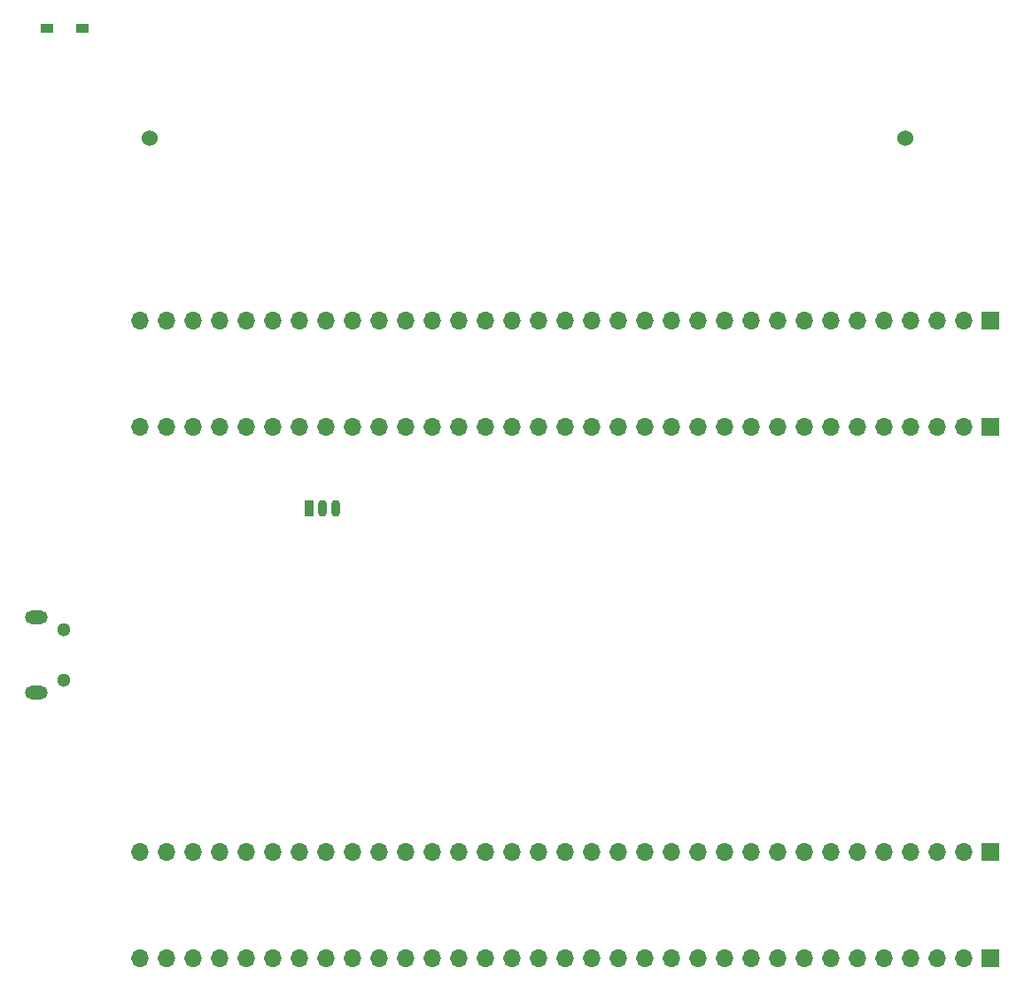
<source format=gbr>
%TF.GenerationSoftware,KiCad,Pcbnew,(6.0.2-0)*%
%TF.CreationDate,2022-03-20T10:30:07+02:00*%
%TF.ProjectId,main,6d61696e-2e6b-4696-9361-645f70636258,rev?*%
%TF.SameCoordinates,Original*%
%TF.FileFunction,Soldermask,Top*%
%TF.FilePolarity,Negative*%
%FSLAX46Y46*%
G04 Gerber Fmt 4.6, Leading zero omitted, Abs format (unit mm)*
G04 Created by KiCad (PCBNEW (6.0.2-0)) date 2022-03-20 10:30:07*
%MOMM*%
%LPD*%
G01*
G04 APERTURE LIST*
%ADD10R,1.700000X1.700000*%
%ADD11O,1.700000X1.700000*%
%ADD12C,1.524000*%
%ADD13R,1.200000X0.950000*%
%ADD14C,1.300000*%
%ADD15O,2.200000X1.300000*%
%ADD16R,0.900000X1.600000*%
%ADD17O,0.900000X1.600000*%
G04 APERTURE END LIST*
D10*
%TO.C,J2*%
X185280000Y-75610000D03*
D11*
X182740000Y-75610000D03*
X180200000Y-75610000D03*
X177660000Y-75610000D03*
X175120000Y-75610000D03*
X172580000Y-75610000D03*
X170040000Y-75610000D03*
X167500000Y-75610000D03*
X164960000Y-75610000D03*
X162420000Y-75610000D03*
X159880000Y-75610000D03*
X157340000Y-75610000D03*
X154800000Y-75610000D03*
X152260000Y-75610000D03*
X149720000Y-75610000D03*
X147180000Y-75610000D03*
X144640000Y-75610000D03*
X142100000Y-75610000D03*
X139560000Y-75610000D03*
X137020000Y-75610000D03*
X134480000Y-75610000D03*
X131940000Y-75610000D03*
X129400000Y-75610000D03*
X126860000Y-75610000D03*
X124320000Y-75610000D03*
X121780000Y-75610000D03*
X119240000Y-75610000D03*
X116700000Y-75610000D03*
X114160000Y-75610000D03*
X111620000Y-75610000D03*
X109080000Y-75610000D03*
X106540000Y-75610000D03*
X104000000Y-75610000D03*
%TD*%
D10*
%TO.C,J1*%
X185280000Y-65450000D03*
D11*
X182740000Y-65450000D03*
X180200000Y-65450000D03*
X177660000Y-65450000D03*
X175120000Y-65450000D03*
X172580000Y-65450000D03*
X170040000Y-65450000D03*
X167500000Y-65450000D03*
X164960000Y-65450000D03*
X162420000Y-65450000D03*
X159880000Y-65450000D03*
X157340000Y-65450000D03*
X154800000Y-65450000D03*
X152260000Y-65450000D03*
X149720000Y-65450000D03*
X147180000Y-65450000D03*
X144640000Y-65450000D03*
X142100000Y-65450000D03*
X139560000Y-65450000D03*
X137020000Y-65450000D03*
X134480000Y-65450000D03*
X131940000Y-65450000D03*
X129400000Y-65450000D03*
X126860000Y-65450000D03*
X124320000Y-65450000D03*
X121780000Y-65450000D03*
X119240000Y-65450000D03*
X116700000Y-65450000D03*
X114160000Y-65450000D03*
X111620000Y-65450000D03*
X109080000Y-65450000D03*
X106540000Y-65450000D03*
X104000000Y-65450000D03*
%TD*%
D10*
%TO.C,J4*%
X185280000Y-126410000D03*
D11*
X182740000Y-126410000D03*
X180200000Y-126410000D03*
X177660000Y-126410000D03*
X175120000Y-126410000D03*
X172580000Y-126410000D03*
X170040000Y-126410000D03*
X167500000Y-126410000D03*
X164960000Y-126410000D03*
X162420000Y-126410000D03*
X159880000Y-126410000D03*
X157340000Y-126410000D03*
X154800000Y-126410000D03*
X152260000Y-126410000D03*
X149720000Y-126410000D03*
X147180000Y-126410000D03*
X144640000Y-126410000D03*
X142100000Y-126410000D03*
X139560000Y-126410000D03*
X137020000Y-126410000D03*
X134480000Y-126410000D03*
X131940000Y-126410000D03*
X129400000Y-126410000D03*
X126860000Y-126410000D03*
X124320000Y-126410000D03*
X121780000Y-126410000D03*
X119240000Y-126410000D03*
X116700000Y-126410000D03*
X114160000Y-126410000D03*
X111620000Y-126410000D03*
X109080000Y-126410000D03*
X106540000Y-126410000D03*
X104000000Y-126410000D03*
%TD*%
D12*
%TO.C,BT1*%
X177110000Y-48000000D03*
X104890000Y-48000000D03*
%TD*%
D13*
%TO.C,D3*%
X95100000Y-37490400D03*
X98500000Y-37490400D03*
%TD*%
D10*
%TO.C,J3*%
X185280000Y-116250000D03*
D11*
X182740000Y-116250000D03*
X180200000Y-116250000D03*
X177660000Y-116250000D03*
X175120000Y-116250000D03*
X172580000Y-116250000D03*
X170040000Y-116250000D03*
X167500000Y-116250000D03*
X164960000Y-116250000D03*
X162420000Y-116250000D03*
X159880000Y-116250000D03*
X157340000Y-116250000D03*
X154800000Y-116250000D03*
X152260000Y-116250000D03*
X149720000Y-116250000D03*
X147180000Y-116250000D03*
X144640000Y-116250000D03*
X142100000Y-116250000D03*
X139560000Y-116250000D03*
X137020000Y-116250000D03*
X134480000Y-116250000D03*
X131940000Y-116250000D03*
X129400000Y-116250000D03*
X126860000Y-116250000D03*
X124320000Y-116250000D03*
X121780000Y-116250000D03*
X119240000Y-116250000D03*
X116700000Y-116250000D03*
X114160000Y-116250000D03*
X111620000Y-116250000D03*
X109080000Y-116250000D03*
X106540000Y-116250000D03*
X104000000Y-116250000D03*
%TD*%
D14*
%TO.C,U4*%
X96705000Y-94933200D03*
D15*
X94035000Y-93758200D03*
X94035000Y-100958200D03*
D14*
X96705000Y-99783200D03*
%TD*%
D16*
%TO.C,U1*%
X120142000Y-83341690D03*
D17*
X121412000Y-83341690D03*
X122682000Y-83341690D03*
%TD*%
M02*

</source>
